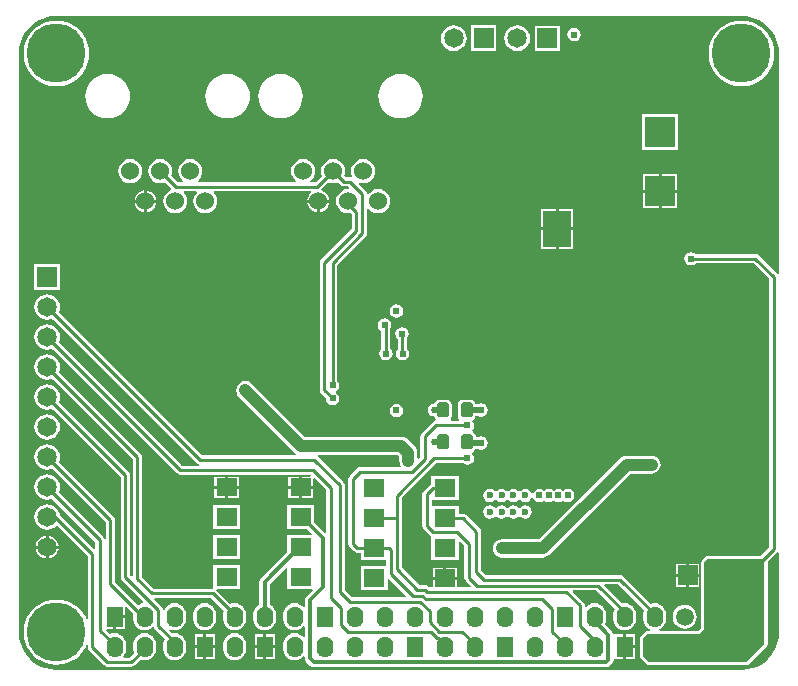
<source format=gbl>
G04*
G04 #@! TF.GenerationSoftware,Altium Limited,Altium Designer,21.8.1 (53)*
G04*
G04 Layer_Physical_Order=4*
G04 Layer_Color=16711680*
%FSLAX25Y25*%
%MOIN*%
G70*
G04*
G04 #@! TF.SameCoordinates,4A88703C-FF3E-4B1E-BF10-83D339521CC7*
G04*
G04*
G04 #@! TF.FilePolarity,Positive*
G04*
G01*
G75*
%ADD12C,0.01000*%
G04:AMPARAMS|DCode=22|XSize=50mil|YSize=37.4mil|CornerRadius=5.61mil|HoleSize=0mil|Usage=FLASHONLY|Rotation=90.000|XOffset=0mil|YOffset=0mil|HoleType=Round|Shape=RoundedRectangle|*
%AMROUNDEDRECTD22*
21,1,0.05000,0.02618,0,0,90.0*
21,1,0.03878,0.03740,0,0,90.0*
1,1,0.01122,0.01309,0.01939*
1,1,0.01122,0.01309,-0.01939*
1,1,0.01122,-0.01309,-0.01939*
1,1,0.01122,-0.01309,0.01939*
%
%ADD22ROUNDEDRECTD22*%
%ADD65C,0.01378*%
%ADD66C,0.02000*%
%ADD67C,0.04000*%
%ADD69C,0.06500*%
%ADD70R,0.06500X0.06500*%
%ADD71R,0.10000X0.10000*%
%ADD72R,0.07087X0.05906*%
%ADD73R,0.09449X0.12205*%
%ADD74C,0.19685*%
%ADD75R,0.06500X0.06500*%
%ADD76O,0.05500X0.07000*%
%ADD77R,0.05500X0.07000*%
%ADD78C,0.05906*%
%ADD79C,0.06000*%
%ADD80C,0.02400*%
%ADD81C,0.02362*%
%ADD82C,0.05000*%
G36*
X345300Y320248D02*
X347206Y319791D01*
X349016Y319041D01*
X350687Y318017D01*
X352177Y316744D01*
X353450Y315254D01*
X354474Y313583D01*
X355224Y311772D01*
X355681Y309867D01*
X355816Y308155D01*
X355774Y307946D01*
Y234543D01*
X355304Y234389D01*
X355275Y234388D01*
X349081Y240581D01*
X348585Y240913D01*
X348000Y241029D01*
X328124D01*
X328086Y241086D01*
X327358Y241572D01*
X326500Y241743D01*
X325642Y241572D01*
X324914Y241086D01*
X324428Y240358D01*
X324257Y239500D01*
X324428Y238642D01*
X324914Y237914D01*
X325642Y237428D01*
X326500Y237257D01*
X327358Y237428D01*
X328086Y237914D01*
X328124Y237971D01*
X347366D01*
X352671Y232666D01*
Y143433D01*
X349757Y140520D01*
X332000D01*
X331610Y140442D01*
X331279Y140221D01*
X330279Y139221D01*
X330058Y138890D01*
X329980Y138500D01*
Y136500D01*
Y116422D01*
X329078Y115520D01*
X316017D01*
X315917Y116020D01*
X316291Y116174D01*
X317074Y116776D01*
X317676Y117559D01*
X318054Y118471D01*
X318182Y119450D01*
Y120950D01*
X318054Y121929D01*
X317676Y122841D01*
X317074Y123625D01*
X316291Y124226D01*
X315379Y124603D01*
X314400Y124732D01*
X313421Y124603D01*
X313059Y124454D01*
X303931Y133581D01*
X303435Y133913D01*
X302850Y134029D01*
X258134D01*
X256529Y135634D01*
Y148500D01*
X256413Y149085D01*
X256081Y149581D01*
X251581Y154081D01*
X251085Y154413D01*
X250500Y154529D01*
X249043D01*
Y156953D01*
X240029D01*
Y159047D01*
X249043D01*
Y166953D01*
X239957D01*
Y164421D01*
X239915Y164413D01*
X239419Y164081D01*
X237419Y162081D01*
X237087Y161585D01*
X236971Y161000D01*
Y150383D01*
X237087Y149797D01*
X237419Y149301D01*
X239360Y147360D01*
X239568Y147221D01*
X239957Y146953D01*
Y139047D01*
X249043D01*
Y145141D01*
X249505Y145332D01*
X250971Y143867D01*
Y133172D01*
X251087Y132586D01*
X251419Y132090D01*
X253017Y130491D01*
X252826Y130029D01*
X248643D01*
Y132500D01*
X244500D01*
X240357D01*
Y130029D01*
X239151D01*
X238899Y130281D01*
X238403Y130613D01*
X237817Y130729D01*
X235933D01*
X230029Y136634D01*
Y153150D01*
Y159866D01*
X241634Y171471D01*
X250376D01*
X250414Y171414D01*
X251142Y170928D01*
X252000Y170757D01*
X252858Y170928D01*
X253586Y171414D01*
X254072Y172142D01*
X254243Y173000D01*
X254072Y173858D01*
X253613Y174545D01*
X253649Y174782D01*
X253745Y175081D01*
X253792Y175091D01*
X254309Y175436D01*
X254654Y175952D01*
X254671Y176037D01*
X255477D01*
X255642Y175928D01*
X256500Y175757D01*
X257358Y175928D01*
X258086Y176414D01*
X258572Y177142D01*
X258743Y178000D01*
X258572Y178858D01*
X258086Y179586D01*
X257358Y180072D01*
X256500Y180243D01*
X255860Y180116D01*
X254775D01*
Y180439D01*
X254654Y181048D01*
X254309Y181564D01*
X253792Y181909D01*
X253745Y181919D01*
X253649Y182218D01*
X253613Y182455D01*
X254072Y183142D01*
X254243Y184000D01*
X254072Y184858D01*
X253646Y185496D01*
X253686Y185591D01*
X254202Y185936D01*
X254547Y186452D01*
X254648Y186961D01*
X255592D01*
X255642Y186928D01*
X256500Y186757D01*
X257358Y186928D01*
X258086Y187414D01*
X258572Y188142D01*
X258743Y189000D01*
X258572Y189858D01*
X258086Y190586D01*
X257358Y191072D01*
X256500Y191243D01*
X255642Y191072D01*
X255592Y191039D01*
X254648D01*
X254547Y191548D01*
X254202Y192064D01*
X253686Y192409D01*
X253077Y192531D01*
X250459D01*
X249850Y192409D01*
X249333Y192064D01*
X248988Y191548D01*
X248867Y190939D01*
Y187061D01*
X248988Y186452D01*
X249271Y186029D01*
X249161Y185690D01*
X249049Y185529D01*
X246612D01*
X246500Y185690D01*
X246391Y186029D01*
X246673Y186452D01*
X246794Y187061D01*
Y190939D01*
X246673Y191548D01*
X246328Y192064D01*
X245812Y192409D01*
X245203Y192531D01*
X242585D01*
X241976Y192409D01*
X241459Y192064D01*
X241114Y191548D01*
X241067Y191311D01*
X240372Y191172D01*
X240150Y191024D01*
X239950Y190984D01*
X239289Y190542D01*
X238847Y189880D01*
X238691Y189100D01*
X238847Y188320D01*
X239289Y187658D01*
X239950Y187216D01*
X240150Y187176D01*
X240372Y187028D01*
X241025Y186898D01*
X241114Y186452D01*
X241406Y186015D01*
X241331Y185671D01*
X241239Y185481D01*
X240895Y185413D01*
X240399Y185081D01*
X236714Y181396D01*
X236382Y180900D01*
X236266Y180315D01*
Y173257D01*
X235771Y172763D01*
X235309Y172954D01*
Y174822D01*
X235206Y175605D01*
X234904Y176335D01*
X234423Y176962D01*
X234423Y176962D01*
X232080Y179305D01*
X231453Y179786D01*
X230724Y180088D01*
X229940Y180191D01*
X197710D01*
X180092Y197809D01*
X179466Y198290D01*
X178736Y198592D01*
X177953Y198695D01*
X177170Y198592D01*
X176440Y198290D01*
X175813Y197809D01*
X175332Y197182D01*
X175030Y196452D01*
X174927Y195669D01*
X175030Y194886D01*
X175332Y194156D01*
X175813Y193530D01*
X194317Y175026D01*
X194944Y174545D01*
X194981Y174529D01*
X194882Y174029D01*
X163434D01*
X115786Y221677D01*
X116041Y222290D01*
X116187Y223400D01*
X116041Y224510D01*
X115612Y225543D01*
X114931Y226431D01*
X114043Y227112D01*
X113010Y227541D01*
X111900Y227687D01*
X110791Y227541D01*
X109757Y227112D01*
X108869Y226431D01*
X108188Y225543D01*
X107759Y224510D01*
X107613Y223400D01*
X107759Y222290D01*
X108188Y221257D01*
X108869Y220369D01*
X109757Y219688D01*
X110791Y219259D01*
X111900Y219113D01*
X113010Y219259D01*
X113623Y219514D01*
X161719Y171419D01*
X162215Y171087D01*
X162504Y171029D01*
X162455Y170529D01*
X156933D01*
X115786Y211677D01*
X116041Y212291D01*
X116187Y213400D01*
X116041Y214510D01*
X115612Y215543D01*
X114931Y216431D01*
X114043Y217112D01*
X113010Y217541D01*
X111900Y217687D01*
X110791Y217541D01*
X109757Y217112D01*
X108869Y216431D01*
X108188Y215543D01*
X107759Y214510D01*
X107613Y213400D01*
X107759Y212291D01*
X108188Y211257D01*
X108869Y210369D01*
X109757Y209688D01*
X110791Y209259D01*
X111900Y209113D01*
X113010Y209259D01*
X113623Y209514D01*
X155219Y167919D01*
X155715Y167587D01*
X156300Y167471D01*
X199609D01*
X199688Y167353D01*
X199421Y166853D01*
X196900D01*
Y163800D01*
X200543D01*
Y166204D01*
X201043Y166411D01*
X204971Y162484D01*
Y148409D01*
X204509Y148217D01*
X200943Y151783D01*
Y157253D01*
X191857D01*
Y149347D01*
X198508D01*
X200141Y147715D01*
X199949Y147253D01*
X191857D01*
Y141783D01*
X183182Y133108D01*
X182809Y132550D01*
X182678Y131891D01*
Y124296D01*
X182509Y124226D01*
X181726Y123625D01*
X181124Y122841D01*
X180746Y121929D01*
X180618Y120950D01*
Y119450D01*
X180746Y118471D01*
X181124Y117559D01*
X181726Y116776D01*
X182509Y116174D01*
X183421Y115796D01*
X184400Y115668D01*
X185379Y115796D01*
X186291Y116174D01*
X187074Y116776D01*
X187676Y117559D01*
X188054Y118471D01*
X188182Y119450D01*
Y120950D01*
X188054Y121929D01*
X187676Y122841D01*
X187074Y123625D01*
X186291Y124226D01*
X186122Y124296D01*
Y131177D01*
X191395Y136450D01*
X191857Y136259D01*
Y129347D01*
X200159D01*
X200350Y128885D01*
X198282Y126818D01*
X197909Y126259D01*
X197778Y125600D01*
Y123529D01*
X197278Y123359D01*
X197074Y123625D01*
X196291Y124226D01*
X195379Y124603D01*
X194400Y124732D01*
X193421Y124603D01*
X192509Y124226D01*
X191726Y123625D01*
X191124Y122841D01*
X190746Y121929D01*
X190618Y120950D01*
Y119450D01*
X190746Y118471D01*
X191124Y117559D01*
X191726Y116776D01*
X192509Y116174D01*
X193421Y115796D01*
X194400Y115668D01*
X195379Y115796D01*
X196291Y116174D01*
X197074Y116776D01*
X197278Y117041D01*
X197778Y116871D01*
Y113529D01*
X197278Y113359D01*
X197074Y113625D01*
X196291Y114226D01*
X195379Y114603D01*
X194400Y114732D01*
X193421Y114603D01*
X192509Y114226D01*
X191726Y113625D01*
X191124Y112841D01*
X190746Y111929D01*
X190618Y110950D01*
Y109450D01*
X190746Y108471D01*
X191124Y107559D01*
X191726Y106775D01*
X192509Y106174D01*
X193421Y105797D01*
X194400Y105668D01*
X195379Y105797D01*
X196291Y106174D01*
X197074Y106775D01*
X197278Y107041D01*
X197778Y106871D01*
Y106307D01*
X197909Y105648D01*
X198282Y105089D01*
X199590Y103782D01*
X200148Y103409D01*
X200807Y103278D01*
X298193D01*
X298852Y103409D01*
X299411Y103782D01*
X300218Y104589D01*
X300591Y105148D01*
X300709Y105741D01*
X300892Y105933D01*
X301115Y106100D01*
X301222Y106100D01*
X303900D01*
Y110200D01*
Y114300D01*
X301172D01*
X301050Y114300D01*
X300626Y114483D01*
X300591Y114659D01*
X300218Y115218D01*
X297734Y117701D01*
X298054Y118471D01*
X298182Y119450D01*
Y120950D01*
X298054Y121929D01*
X297676Y122841D01*
X297075Y123625D01*
X296291Y124226D01*
X295379Y124603D01*
X294400Y124732D01*
X293421Y124603D01*
X292509Y124226D01*
X291725Y123625D01*
X291529Y123369D01*
X291029Y123539D01*
Y124000D01*
X290913Y124585D01*
X290581Y125081D01*
X287154Y128509D01*
X287346Y128971D01*
X294866D01*
X301087Y122750D01*
X300746Y121929D01*
X300618Y120950D01*
Y119450D01*
X300746Y118471D01*
X301124Y117559D01*
X301726Y116776D01*
X302509Y116174D01*
X303421Y115796D01*
X304400Y115668D01*
X305379Y115796D01*
X306291Y116174D01*
X307074Y116776D01*
X307676Y117559D01*
X308053Y118471D01*
X308182Y119450D01*
Y120950D01*
X308053Y121929D01*
X307676Y122841D01*
X307074Y123625D01*
X306291Y124226D01*
X305379Y124603D01*
X304400Y124732D01*
X303543Y124620D01*
X297654Y130509D01*
X297846Y130971D01*
X302217D01*
X310896Y122291D01*
X310747Y121929D01*
X310618Y120950D01*
Y119450D01*
X310747Y118471D01*
X311124Y117559D01*
X311725Y116776D01*
X312509Y116174D01*
X312882Y116020D01*
X312783Y115520D01*
X312000D01*
X311610Y115442D01*
X311279Y115221D01*
X309779Y113721D01*
X309558Y113390D01*
X309480Y113000D01*
Y107000D01*
X309558Y106610D01*
X309779Y106279D01*
X311779Y104279D01*
X312110Y104058D01*
X312500Y103980D01*
X345000D01*
X345390Y104058D01*
X345721Y104279D01*
X351721Y110279D01*
X351942Y110610D01*
X352020Y111000D01*
Y138457D01*
X355275Y141712D01*
X355304Y141711D01*
X355774Y141557D01*
Y114967D01*
X355816Y114759D01*
X355681Y113046D01*
X355224Y111141D01*
X354474Y109330D01*
X353450Y107659D01*
X352177Y106169D01*
X350687Y104897D01*
X349016Y103873D01*
X347206Y103123D01*
X345300Y102665D01*
X343530Y102526D01*
X343530Y102526D01*
X343032Y102525D01*
X115512D01*
X115014Y102525D01*
X115014Y102525D01*
X115012Y102525D01*
X114522Y102549D01*
X113046Y102665D01*
X111141Y103123D01*
X109330Y103873D01*
X107659Y104897D01*
X106169Y106169D01*
X104897Y107659D01*
X103873Y109330D01*
X103123Y111141D01*
X102665Y113046D01*
X102526Y114816D01*
X102526Y114816D01*
X102525Y115314D01*
Y307986D01*
X102525Y307987D01*
X102525Y307987D01*
Y308000D01*
X102516Y308049D01*
X102664Y309940D01*
X103119Y311832D01*
X103863Y313630D01*
X104880Y315289D01*
X106144Y316769D01*
X107624Y318033D01*
X109283Y319050D01*
X111081Y319795D01*
X112973Y320249D01*
X114731Y320387D01*
X114731Y320387D01*
Y320387D01*
X114913Y320375D01*
X114913Y320374D01*
X115223Y320374D01*
X343346D01*
X343445Y320394D01*
X345300Y320248D01*
D02*
G37*
G36*
X229258Y173569D02*
Y172062D01*
X229361Y171279D01*
X229663Y170549D01*
X229714Y170482D01*
X229493Y170033D01*
X216142D01*
X215557Y169917D01*
X215060Y169585D01*
X212698Y167223D01*
X212367Y166727D01*
X212250Y166142D01*
Y144488D01*
X212367Y143903D01*
X212698Y143407D01*
X214186Y141919D01*
X214683Y141587D01*
X215268Y141471D01*
X216457D01*
Y139047D01*
X224971D01*
Y136953D01*
X216457D01*
Y129047D01*
X225543D01*
Y132641D01*
X226005Y132832D01*
X231646Y127191D01*
X231454Y126729D01*
X213434D01*
X211029Y129133D01*
Y164000D01*
X210913Y164585D01*
X210581Y165081D01*
X202081Y173581D01*
X201995Y173640D01*
X202146Y174139D01*
X228687D01*
X229258Y173569D01*
D02*
G37*
G36*
X351000Y111000D02*
X345000Y105000D01*
X312500D01*
X310500Y107000D01*
Y113000D01*
X312000Y114500D01*
X329500D01*
X331000Y116000D01*
Y136500D01*
Y138500D01*
X332000Y139500D01*
X351000D01*
Y111000D01*
D02*
G37*
%LPC*%
G36*
X287543Y316416D02*
X286684Y316246D01*
X285956Y315759D01*
X285470Y315032D01*
X285299Y314173D01*
X285470Y313315D01*
X285956Y312587D01*
X286684Y312101D01*
X287543Y311930D01*
X288401Y312101D01*
X289129Y312587D01*
X289615Y313315D01*
X289786Y314173D01*
X289615Y315032D01*
X289129Y315759D01*
X288401Y316246D01*
X287543Y316416D01*
D02*
G37*
G36*
X261650Y317250D02*
X253150D01*
Y308750D01*
X261650D01*
Y317250D01*
D02*
G37*
G36*
X282872Y317242D02*
X274372D01*
Y308742D01*
X282872D01*
Y317242D01*
D02*
G37*
G36*
X247400Y317287D02*
X246290Y317141D01*
X245257Y316712D01*
X244369Y316031D01*
X243688Y315143D01*
X243259Y314109D01*
X243113Y313000D01*
X243259Y311891D01*
X243688Y310857D01*
X244369Y309969D01*
X245257Y309288D01*
X246290Y308859D01*
X247400Y308713D01*
X248510Y308859D01*
X249543Y309288D01*
X250431Y309969D01*
X251112Y310857D01*
X251541Y311891D01*
X251687Y313000D01*
X251541Y314109D01*
X251112Y315143D01*
X250431Y316031D01*
X249543Y316712D01*
X248510Y317141D01*
X247400Y317287D01*
D02*
G37*
G36*
X268622Y317279D02*
X267513Y317133D01*
X266479Y316705D01*
X265591Y316023D01*
X264910Y315136D01*
X264481Y314102D01*
X264335Y312992D01*
X264481Y311883D01*
X264910Y310849D01*
X265591Y309961D01*
X266479Y309280D01*
X267513Y308852D01*
X268622Y308705D01*
X269731Y308852D01*
X270765Y309280D01*
X271653Y309961D01*
X272334Y310849D01*
X272763Y311883D01*
X272909Y312992D01*
X272763Y314102D01*
X272334Y315136D01*
X271653Y316023D01*
X270765Y316705D01*
X269731Y317133D01*
X268622Y317279D01*
D02*
G37*
G36*
X343347Y318789D02*
X341645Y318655D01*
X339986Y318257D01*
X338409Y317604D01*
X336954Y316712D01*
X335656Y315604D01*
X334547Y314306D01*
X333656Y312851D01*
X333003Y311274D01*
X332604Y309615D01*
X332470Y307913D01*
X332604Y306212D01*
X333003Y304553D01*
X333656Y302976D01*
X334547Y301521D01*
X335656Y300223D01*
X336954Y299114D01*
X338409Y298223D01*
X339986Y297570D01*
X341645Y297171D01*
X343347Y297037D01*
X345048Y297171D01*
X346707Y297570D01*
X348284Y298223D01*
X349739Y299114D01*
X351037Y300223D01*
X352145Y301521D01*
X353037Y302976D01*
X353690Y304553D01*
X354089Y306212D01*
X354222Y307913D01*
X354089Y309615D01*
X353690Y311274D01*
X353037Y312851D01*
X352145Y314306D01*
X351037Y315604D01*
X349739Y316712D01*
X348284Y317604D01*
X346707Y318257D01*
X345048Y318655D01*
X343347Y318789D01*
D02*
G37*
G36*
X115000D02*
X113299Y318655D01*
X111639Y318257D01*
X110062Y317604D01*
X108607Y316712D01*
X107309Y315604D01*
X106201Y314306D01*
X105309Y312851D01*
X104656Y311274D01*
X104258Y309615D01*
X104124Y307913D01*
X104258Y306212D01*
X104656Y304553D01*
X105309Y302976D01*
X106201Y301521D01*
X107309Y300223D01*
X108607Y299114D01*
X110062Y298223D01*
X111639Y297570D01*
X113299Y297171D01*
X115000Y297037D01*
X116701Y297171D01*
X118361Y297570D01*
X119938Y298223D01*
X121393Y299114D01*
X122690Y300223D01*
X123799Y301521D01*
X124691Y302976D01*
X125344Y304553D01*
X125742Y306212D01*
X125876Y307913D01*
X125742Y309615D01*
X125344Y311274D01*
X124691Y312851D01*
X123799Y314306D01*
X122690Y315604D01*
X121393Y316712D01*
X119938Y317604D01*
X118361Y318257D01*
X116701Y318655D01*
X115000Y318789D01*
D02*
G37*
G36*
X229683Y301126D02*
X228233Y300984D01*
X226839Y300560D01*
X225554Y299874D01*
X224427Y298949D01*
X223503Y297823D01*
X222816Y296538D01*
X222393Y295143D01*
X222250Y293693D01*
X222393Y292243D01*
X222816Y290848D01*
X223503Y289563D01*
X224427Y288437D01*
X225554Y287512D01*
X226839Y286825D01*
X228233Y286402D01*
X229683Y286260D01*
X231134Y286402D01*
X232528Y286825D01*
X233813Y287512D01*
X234940Y288437D01*
X235864Y289563D01*
X236551Y290848D01*
X236974Y292243D01*
X237117Y293693D01*
X236974Y295143D01*
X236551Y296538D01*
X235864Y297823D01*
X234940Y298949D01*
X233813Y299874D01*
X232528Y300560D01*
X231134Y300984D01*
X229683Y301126D01*
D02*
G37*
G36*
X189683D02*
X188233Y300984D01*
X186839Y300560D01*
X185554Y299874D01*
X184427Y298949D01*
X183503Y297823D01*
X182816Y296538D01*
X182393Y295143D01*
X182250Y293693D01*
X182393Y292243D01*
X182816Y290848D01*
X183503Y289563D01*
X184427Y288437D01*
X185554Y287512D01*
X186839Y286825D01*
X188233Y286402D01*
X189683Y286260D01*
X191134Y286402D01*
X192528Y286825D01*
X193813Y287512D01*
X194940Y288437D01*
X195864Y289563D01*
X196551Y290848D01*
X196974Y292243D01*
X197117Y293693D01*
X196974Y295143D01*
X196551Y296538D01*
X195864Y297823D01*
X194940Y298949D01*
X193813Y299874D01*
X192528Y300560D01*
X191134Y300984D01*
X189683Y301126D01*
D02*
G37*
G36*
X172083D02*
X170633Y300984D01*
X169239Y300560D01*
X167954Y299874D01*
X166827Y298949D01*
X165903Y297823D01*
X165216Y296538D01*
X164793Y295143D01*
X164650Y293693D01*
X164793Y292243D01*
X165216Y290848D01*
X165903Y289563D01*
X166827Y288437D01*
X167954Y287512D01*
X169239Y286825D01*
X170633Y286402D01*
X172083Y286260D01*
X173534Y286402D01*
X174928Y286825D01*
X176213Y287512D01*
X177340Y288437D01*
X178264Y289563D01*
X178951Y290848D01*
X179374Y292243D01*
X179517Y293693D01*
X179374Y295143D01*
X178951Y296538D01*
X178264Y297823D01*
X177340Y298949D01*
X176213Y299874D01*
X174928Y300560D01*
X173534Y300984D01*
X172083Y301126D01*
D02*
G37*
G36*
X132083D02*
X130633Y300984D01*
X129239Y300560D01*
X127954Y299874D01*
X126827Y298949D01*
X125903Y297823D01*
X125216Y296538D01*
X124793Y295143D01*
X124650Y293693D01*
X124793Y292243D01*
X125216Y290848D01*
X125903Y289563D01*
X126827Y288437D01*
X127954Y287512D01*
X129239Y286825D01*
X130633Y286402D01*
X132083Y286260D01*
X133534Y286402D01*
X134928Y286825D01*
X136213Y287512D01*
X137340Y288437D01*
X138264Y289563D01*
X138951Y290848D01*
X139374Y292243D01*
X139517Y293693D01*
X139374Y295143D01*
X138951Y296538D01*
X138264Y297823D01*
X137340Y298949D01*
X136213Y299874D01*
X134928Y300560D01*
X133534Y300984D01*
X132083Y301126D01*
D02*
G37*
G36*
X322200Y287843D02*
X310200D01*
Y275843D01*
X322200D01*
Y287843D01*
D02*
G37*
G36*
X217203Y272727D02*
X216159Y272590D01*
X215186Y272187D01*
X214350Y271546D01*
X213709Y270710D01*
X213306Y269737D01*
X213169Y268693D01*
X213306Y267649D01*
X213570Y267012D01*
X213555Y266979D01*
X213193Y266616D01*
X212785Y266697D01*
X211362D01*
X210898Y267161D01*
X211100Y267649D01*
X211238Y268693D01*
X211100Y269737D01*
X210697Y270710D01*
X210056Y271546D01*
X209220Y272187D01*
X208247Y272590D01*
X207203Y272727D01*
X206159Y272590D01*
X205186Y272187D01*
X204350Y271546D01*
X203709Y270710D01*
X203306Y269737D01*
X203169Y268693D01*
X203306Y267649D01*
X203508Y267161D01*
X201377Y265029D01*
X199821D01*
X199651Y265529D01*
X200056Y265840D01*
X200697Y266676D01*
X201100Y267649D01*
X201238Y268693D01*
X201100Y269737D01*
X200697Y270710D01*
X200056Y271546D01*
X199220Y272187D01*
X198247Y272590D01*
X197203Y272727D01*
X196159Y272590D01*
X195186Y272187D01*
X194350Y271546D01*
X193709Y270710D01*
X193306Y269737D01*
X193169Y268693D01*
X193306Y267649D01*
X193709Y266676D01*
X194350Y265840D01*
X194755Y265529D01*
X194586Y265029D01*
X162221D01*
X162051Y265529D01*
X162456Y265840D01*
X163097Y266676D01*
X163500Y267649D01*
X163638Y268693D01*
X163500Y269737D01*
X163097Y270710D01*
X162456Y271546D01*
X161620Y272187D01*
X160647Y272590D01*
X159603Y272727D01*
X158559Y272590D01*
X157586Y272187D01*
X156750Y271546D01*
X156109Y270710D01*
X155706Y269737D01*
X155569Y268693D01*
X155706Y267649D01*
X156109Y266676D01*
X156750Y265840D01*
X157155Y265529D01*
X156985Y265029D01*
X155430D01*
X153298Y267161D01*
X153500Y267649D01*
X153638Y268693D01*
X153500Y269737D01*
X153097Y270710D01*
X152456Y271546D01*
X151620Y272187D01*
X150647Y272590D01*
X149603Y272727D01*
X148559Y272590D01*
X147586Y272187D01*
X146750Y271546D01*
X146109Y270710D01*
X145706Y269737D01*
X145569Y268693D01*
X145706Y267649D01*
X146109Y266676D01*
X146750Y265840D01*
X147586Y265199D01*
X148559Y264796D01*
X149603Y264658D01*
X150647Y264796D01*
X151135Y264998D01*
X153230Y262903D01*
X153132Y262413D01*
X152586Y262187D01*
X151750Y261546D01*
X151109Y260710D01*
X150706Y259737D01*
X150569Y258693D01*
X150706Y257649D01*
X151109Y256676D01*
X151750Y255840D01*
X152586Y255199D01*
X153559Y254796D01*
X154603Y254658D01*
X155647Y254796D01*
X156620Y255199D01*
X157456Y255840D01*
X158097Y256676D01*
X158500Y257649D01*
X158638Y258693D01*
X158500Y259737D01*
X158097Y260710D01*
X157514Y261471D01*
X157644Y261971D01*
X161562D01*
X161693Y261471D01*
X161109Y260710D01*
X160706Y259737D01*
X160569Y258693D01*
X160706Y257649D01*
X161109Y256676D01*
X161750Y255840D01*
X162586Y255199D01*
X163559Y254796D01*
X164603Y254658D01*
X165647Y254796D01*
X166620Y255199D01*
X167456Y255840D01*
X168097Y256676D01*
X168500Y257649D01*
X168638Y258693D01*
X168500Y259737D01*
X168097Y260710D01*
X167514Y261471D01*
X167644Y261971D01*
X199740D01*
X199909Y261471D01*
X199636Y261261D01*
X199059Y260508D01*
X198696Y259633D01*
X198638Y259193D01*
X202203D01*
X205768D01*
X205711Y259633D01*
X205348Y260508D01*
X204771Y261261D01*
X204019Y261838D01*
X203452Y262072D01*
X203335Y262662D01*
X205671Y264998D01*
X206159Y264796D01*
X207203Y264658D01*
X208247Y264796D01*
X208735Y264998D01*
X209647Y264086D01*
X210143Y263754D01*
X210729Y263638D01*
X212152D01*
X212643Y263147D01*
X212422Y262699D01*
X212203Y262727D01*
X211159Y262590D01*
X210186Y262187D01*
X209350Y261546D01*
X208709Y260710D01*
X208306Y259737D01*
X208169Y258693D01*
X208306Y257649D01*
X208709Y256676D01*
X209350Y255840D01*
X210186Y255199D01*
X211159Y254796D01*
X212203Y254658D01*
X213063Y254772D01*
X213431Y254431D01*
Y249452D01*
X203249Y239270D01*
X202918Y238774D01*
X202801Y238189D01*
Y195669D01*
X202918Y195084D01*
X203249Y194588D01*
X204857Y192980D01*
X204843Y192913D01*
X205014Y192055D01*
X205501Y191327D01*
X206228Y190841D01*
X207087Y190670D01*
X207945Y190841D01*
X208673Y191327D01*
X209159Y192055D01*
X209330Y192913D01*
X209159Y193772D01*
X208673Y194500D01*
X208256Y194778D01*
Y195379D01*
X208673Y195658D01*
X209159Y196386D01*
X209330Y197244D01*
X209159Y198102D01*
X208673Y198830D01*
X208616Y198868D01*
Y237483D01*
X218042Y246909D01*
X218374Y247405D01*
X218490Y247990D01*
Y256140D01*
X218990Y256310D01*
X219350Y255840D01*
X220186Y255199D01*
X221159Y254796D01*
X222203Y254658D01*
X223247Y254796D01*
X224220Y255199D01*
X225056Y255840D01*
X225697Y256676D01*
X226100Y257649D01*
X226238Y258693D01*
X226100Y259737D01*
X225697Y260710D01*
X225056Y261546D01*
X224220Y262187D01*
X223247Y262590D01*
X222203Y262727D01*
X221159Y262590D01*
X220186Y262187D01*
X219350Y261546D01*
X218973Y261055D01*
X218450Y261194D01*
X218374Y261577D01*
X218042Y262074D01*
X215650Y264465D01*
X215933Y264889D01*
X216159Y264796D01*
X217203Y264658D01*
X218247Y264796D01*
X219220Y265199D01*
X220056Y265840D01*
X220697Y266676D01*
X221100Y267649D01*
X221238Y268693D01*
X221100Y269737D01*
X220697Y270710D01*
X220056Y271546D01*
X219220Y272187D01*
X218247Y272590D01*
X217203Y272727D01*
D02*
G37*
G36*
X139603D02*
X138559Y272590D01*
X137586Y272187D01*
X136750Y271546D01*
X136109Y270710D01*
X135706Y269737D01*
X135569Y268693D01*
X135706Y267649D01*
X136109Y266676D01*
X136750Y265840D01*
X137586Y265199D01*
X138559Y264796D01*
X139603Y264658D01*
X140647Y264796D01*
X141620Y265199D01*
X142456Y265840D01*
X143097Y266676D01*
X143500Y267649D01*
X143638Y268693D01*
X143500Y269737D01*
X143097Y270710D01*
X142456Y271546D01*
X141620Y272187D01*
X140647Y272590D01*
X139603Y272727D01*
D02*
G37*
G36*
X321800Y267643D02*
X316700D01*
Y262543D01*
X321800D01*
Y267643D01*
D02*
G37*
G36*
X315700D02*
X310600D01*
Y262543D01*
X315700D01*
Y267643D01*
D02*
G37*
G36*
X145103Y262258D02*
Y259193D01*
X148168D01*
X148110Y259633D01*
X147748Y260508D01*
X147171Y261261D01*
X146419Y261838D01*
X145543Y262200D01*
X145103Y262258D01*
D02*
G37*
G36*
X144103D02*
X143663Y262200D01*
X142788Y261838D01*
X142036Y261261D01*
X141459Y260508D01*
X141096Y259633D01*
X141038Y259193D01*
X144103D01*
Y262258D01*
D02*
G37*
G36*
X321800Y261543D02*
X316700D01*
Y256443D01*
X321800D01*
Y261543D01*
D02*
G37*
G36*
X315700D02*
X310600D01*
Y256443D01*
X315700D01*
Y261543D01*
D02*
G37*
G36*
X201703Y258193D02*
X198638D01*
X198696Y257753D01*
X199059Y256877D01*
X199636Y256125D01*
X200388Y255548D01*
X201263Y255186D01*
X201703Y255128D01*
Y258193D01*
D02*
G37*
G36*
X144103D02*
X141038D01*
X141096Y257753D01*
X141459Y256877D01*
X142036Y256125D01*
X142788Y255548D01*
X143663Y255186D01*
X144103Y255128D01*
Y258193D01*
D02*
G37*
G36*
X205768D02*
X202703D01*
Y255128D01*
X203143Y255186D01*
X204019Y255548D01*
X204771Y256125D01*
X205348Y256877D01*
X205711Y257753D01*
X205768Y258193D01*
D02*
G37*
G36*
X148168D02*
X145103D01*
Y255128D01*
X145543Y255186D01*
X146419Y255548D01*
X147171Y256125D01*
X147748Y256877D01*
X148110Y257753D01*
X148168Y258193D01*
D02*
G37*
G36*
X287324Y256202D02*
X282500D01*
Y250000D01*
X287324D01*
Y256202D01*
D02*
G37*
G36*
X281500D02*
X276676D01*
Y250000D01*
X281500D01*
Y256202D01*
D02*
G37*
G36*
X287324Y249000D02*
X282500D01*
Y242798D01*
X287324D01*
Y249000D01*
D02*
G37*
G36*
X281500D02*
X276676D01*
Y242798D01*
X281500D01*
Y249000D01*
D02*
G37*
G36*
X116150Y237650D02*
X107650D01*
Y229150D01*
X116150D01*
Y237650D01*
D02*
G37*
G36*
X228346Y224290D02*
X227488Y224120D01*
X226760Y223633D01*
X226274Y222906D01*
X226103Y222047D01*
X226274Y221189D01*
X226760Y220461D01*
X227488Y219975D01*
X228346Y219804D01*
X229205Y219975D01*
X229933Y220461D01*
X230419Y221189D01*
X230590Y222047D01*
X230419Y222906D01*
X229933Y223633D01*
X229205Y224120D01*
X228346Y224290D01*
D02*
G37*
G36*
X230223Y216718D02*
X229364Y216547D01*
X228637Y216061D01*
X228151Y215333D01*
X227980Y214475D01*
X228151Y213616D01*
X228637Y212889D01*
X228782Y212792D01*
Y209438D01*
X228328Y208758D01*
X228157Y207900D01*
X228328Y207042D01*
X228814Y206314D01*
X229542Y205828D01*
X230400Y205657D01*
X231258Y205828D01*
X231986Y206314D01*
X232472Y207042D01*
X232643Y207900D01*
X232472Y208758D01*
X231986Y209486D01*
X231841Y209583D01*
Y212936D01*
X232295Y213616D01*
X232466Y214475D01*
X232295Y215333D01*
X231809Y216061D01*
X231081Y216547D01*
X230223Y216718D01*
D02*
G37*
G36*
X224365Y219610D02*
X223507Y219440D01*
X222779Y218953D01*
X222293Y218226D01*
X222122Y217367D01*
X222293Y216509D01*
X222779Y215781D01*
X223274Y215451D01*
Y209498D01*
X223217Y209460D01*
X222731Y208732D01*
X222560Y207874D01*
X222731Y207016D01*
X223217Y206288D01*
X223945Y205802D01*
X224803Y205631D01*
X225661Y205802D01*
X226389Y206288D01*
X226875Y207016D01*
X227046Y207874D01*
X226875Y208732D01*
X226389Y209460D01*
X226332Y209498D01*
Y216352D01*
X226437Y216509D01*
X226608Y217367D01*
X226437Y218226D01*
X225951Y218953D01*
X225223Y219440D01*
X224365Y219610D01*
D02*
G37*
G36*
X228346Y191219D02*
X227488Y191049D01*
X226760Y190562D01*
X226274Y189835D01*
X226103Y188976D01*
X226274Y188118D01*
X226760Y187390D01*
X227488Y186904D01*
X228346Y186733D01*
X229205Y186904D01*
X229933Y187390D01*
X230419Y188118D01*
X230590Y188976D01*
X230419Y189835D01*
X229933Y190562D01*
X229205Y191049D01*
X228346Y191219D01*
D02*
G37*
G36*
X111900Y187687D02*
X110791Y187541D01*
X109757Y187112D01*
X108869Y186431D01*
X108188Y185543D01*
X107759Y184510D01*
X107613Y183400D01*
X107759Y182290D01*
X108188Y181257D01*
X108869Y180369D01*
X109757Y179688D01*
X110791Y179259D01*
X111900Y179113D01*
X113010Y179259D01*
X114043Y179688D01*
X114931Y180369D01*
X115612Y181257D01*
X116041Y182290D01*
X116187Y183400D01*
X116041Y184510D01*
X115612Y185543D01*
X114931Y186431D01*
X114043Y187112D01*
X113010Y187541D01*
X111900Y187687D01*
D02*
G37*
G36*
X175943Y166853D02*
X172300D01*
Y163800D01*
X175943D01*
Y166853D01*
D02*
G37*
G36*
X195900D02*
X192257D01*
Y163800D01*
X195900D01*
Y166853D01*
D02*
G37*
G36*
X171300D02*
X167657D01*
Y163800D01*
X171300D01*
Y166853D01*
D02*
G37*
G36*
X285433Y162873D02*
X284575Y162702D01*
X283858Y162224D01*
X283142Y162702D01*
X282283Y162873D01*
X281425Y162702D01*
X280709Y162224D01*
X279992Y162702D01*
X279134Y162873D01*
X278275Y162702D01*
X277559Y162224D01*
X276843Y162702D01*
X275984Y162873D01*
X275126Y162702D01*
X274398Y162216D01*
X273912Y161488D01*
X273867Y161264D01*
X273358D01*
X273314Y161481D01*
X272832Y162202D01*
X272111Y162685D01*
X271260Y162854D01*
X270409Y162685D01*
X269687Y162202D01*
X269541Y161984D01*
X269041D01*
X268895Y162202D01*
X268174Y162685D01*
X267323Y162854D01*
X266472Y162685D01*
X265750Y162202D01*
X265604Y161984D01*
X265104D01*
X264958Y162202D01*
X264237Y162685D01*
X263386Y162854D01*
X262535Y162685D01*
X261813Y162202D01*
X261667Y161984D01*
X261167D01*
X261021Y162202D01*
X260300Y162685D01*
X259449Y162854D01*
X258598Y162685D01*
X257876Y162202D01*
X257394Y161481D01*
X257225Y160630D01*
X257394Y159779D01*
X257876Y159057D01*
X258598Y158575D01*
X259449Y158406D01*
X260300Y158575D01*
X261021Y159057D01*
X261167Y159276D01*
X261667D01*
X261813Y159057D01*
X262535Y158575D01*
X263386Y158406D01*
X264237Y158575D01*
X264958Y159057D01*
X265104Y159276D01*
X265604D01*
X265750Y159057D01*
X266472Y158575D01*
X267323Y158406D01*
X268174Y158575D01*
X268895Y159057D01*
X269041Y159276D01*
X269541D01*
X269687Y159057D01*
X270409Y158575D01*
X271260Y158406D01*
X272111Y158575D01*
X272832Y159057D01*
X273314Y159779D01*
X273358Y159996D01*
X273867D01*
X273912Y159772D01*
X274398Y159044D01*
X275126Y158558D01*
X275984Y158387D01*
X276843Y158558D01*
X277559Y159036D01*
X278275Y158558D01*
X279134Y158387D01*
X279992Y158558D01*
X280709Y159036D01*
X281425Y158558D01*
X282283Y158387D01*
X283142Y158558D01*
X283858Y159036D01*
X284575Y158558D01*
X285433Y158387D01*
X286292Y158558D01*
X287019Y159044D01*
X287505Y159772D01*
X287676Y160630D01*
X287505Y161488D01*
X287019Y162216D01*
X286292Y162702D01*
X285433Y162873D01*
D02*
G37*
G36*
X200543Y162800D02*
X196900D01*
Y159747D01*
X200543D01*
Y162800D01*
D02*
G37*
G36*
X195900D02*
X192257D01*
Y159747D01*
X195900D01*
Y162800D01*
D02*
G37*
G36*
X175943D02*
X172300D01*
Y159747D01*
X175943D01*
Y162800D01*
D02*
G37*
G36*
X171300D02*
X167657D01*
Y159747D01*
X171300D01*
Y162800D01*
D02*
G37*
G36*
X271260Y157342D02*
X270409Y157173D01*
X269687Y156691D01*
X269541Y156472D01*
X269041D01*
X268895Y156691D01*
X268174Y157173D01*
X267323Y157342D01*
X266472Y157173D01*
X265750Y156691D01*
X265604Y156472D01*
X265104D01*
X264958Y156691D01*
X264237Y157173D01*
X263386Y157342D01*
X262535Y157173D01*
X261813Y156691D01*
X261667Y156472D01*
X261167D01*
X261021Y156691D01*
X260300Y157173D01*
X259449Y157342D01*
X258598Y157173D01*
X257876Y156691D01*
X257394Y155969D01*
X257225Y155118D01*
X257394Y154267D01*
X257876Y153546D01*
X258598Y153064D01*
X259449Y152894D01*
X260300Y153064D01*
X261021Y153546D01*
X261167Y153764D01*
X261667D01*
X261813Y153546D01*
X262535Y153064D01*
X263386Y152894D01*
X264237Y153064D01*
X264958Y153546D01*
X265104Y153764D01*
X265604D01*
X265750Y153546D01*
X266472Y153064D01*
X267323Y152894D01*
X268174Y153064D01*
X268895Y153546D01*
X269041Y153764D01*
X269541D01*
X269687Y153546D01*
X270409Y153064D01*
X271260Y152894D01*
X272111Y153064D01*
X272832Y153546D01*
X273314Y154267D01*
X273484Y155118D01*
X273314Y155969D01*
X272832Y156691D01*
X272111Y157173D01*
X271260Y157342D01*
D02*
G37*
G36*
X176343Y157253D02*
X167257D01*
Y149347D01*
X176343D01*
Y157253D01*
D02*
G37*
G36*
X112400Y147217D02*
Y143900D01*
X115717D01*
X115651Y144405D01*
X115263Y145342D01*
X114646Y146146D01*
X113842Y146763D01*
X112905Y147151D01*
X112400Y147217D01*
D02*
G37*
G36*
X111400D02*
X110895Y147151D01*
X109958Y146763D01*
X109154Y146146D01*
X108537Y145342D01*
X108149Y144405D01*
X108083Y143900D01*
X111400D01*
Y147217D01*
D02*
G37*
G36*
X305118Y173892D02*
X304727Y173840D01*
X304335Y173789D01*
X303605Y173487D01*
X302978Y173006D01*
X275912Y145939D01*
X263386D01*
X262603Y145836D01*
X261873Y145534D01*
X261246Y145053D01*
X260765Y144426D01*
X260463Y143697D01*
X260360Y142913D01*
X260463Y142130D01*
X260765Y141400D01*
X261246Y140774D01*
X261873Y140293D01*
X262603Y139991D01*
X263386Y139887D01*
X277165D01*
X277948Y139991D01*
X278678Y140293D01*
X279305Y140774D01*
X306371Y167840D01*
X313386D01*
X314169Y167943D01*
X314899Y168246D01*
X315526Y168727D01*
X316006Y169353D01*
X316309Y170083D01*
X316412Y170866D01*
X316309Y171649D01*
X316006Y172379D01*
X315526Y173006D01*
X314899Y173487D01*
X314169Y173789D01*
X313386Y173892D01*
X305118D01*
X305118Y173892D01*
D02*
G37*
G36*
X115717Y142900D02*
X112400D01*
Y139583D01*
X112905Y139649D01*
X113842Y140037D01*
X114646Y140654D01*
X115263Y141458D01*
X115651Y142395D01*
X115717Y142900D01*
D02*
G37*
G36*
X111400D02*
X108083D01*
X108149Y142395D01*
X108537Y141458D01*
X109154Y140654D01*
X109958Y140037D01*
X110895Y139649D01*
X111400Y139583D01*
Y142900D01*
D02*
G37*
G36*
X176343Y147253D02*
X167257D01*
Y139347D01*
X176343D01*
Y147253D01*
D02*
G37*
G36*
X329250Y137850D02*
X325900D01*
Y134500D01*
X329250D01*
Y137850D01*
D02*
G37*
G36*
X324900D02*
X321550D01*
Y134500D01*
X324900D01*
Y137850D01*
D02*
G37*
G36*
X111900Y207687D02*
X110791Y207541D01*
X109757Y207112D01*
X108869Y206431D01*
X108188Y205543D01*
X107759Y204509D01*
X107613Y203400D01*
X107759Y202291D01*
X108188Y201257D01*
X108869Y200369D01*
X109757Y199688D01*
X110791Y199259D01*
X111900Y199113D01*
X113010Y199259D01*
X113623Y199514D01*
X140471Y172667D01*
Y133706D01*
X140009Y133515D01*
X139529Y133994D01*
Y167300D01*
X139413Y167885D01*
X139081Y168381D01*
X115786Y191677D01*
X116041Y192290D01*
X116187Y193400D01*
X116041Y194509D01*
X115612Y195543D01*
X114931Y196431D01*
X114043Y197112D01*
X113010Y197541D01*
X111900Y197687D01*
X110791Y197541D01*
X109757Y197112D01*
X108869Y196431D01*
X108188Y195543D01*
X107759Y194509D01*
X107613Y193400D01*
X107759Y192290D01*
X108188Y191257D01*
X108869Y190369D01*
X109757Y189688D01*
X110791Y189259D01*
X111900Y189113D01*
X113010Y189259D01*
X113623Y189514D01*
X136471Y166666D01*
Y133360D01*
X136587Y132775D01*
X136919Y132279D01*
X144012Y125186D01*
X143833Y124658D01*
X143421Y124603D01*
X142509Y124226D01*
X142260Y124035D01*
X134529Y131766D01*
Y152300D01*
X134413Y152885D01*
X134081Y153381D01*
X115786Y171677D01*
X116041Y172291D01*
X116187Y173400D01*
X116041Y174510D01*
X115612Y175543D01*
X114931Y176431D01*
X114043Y177112D01*
X113010Y177541D01*
X111900Y177687D01*
X110791Y177541D01*
X109757Y177112D01*
X108869Y176431D01*
X108188Y175543D01*
X107759Y174510D01*
X107613Y173400D01*
X107759Y172291D01*
X108188Y171257D01*
X108869Y170369D01*
X109757Y169688D01*
X110791Y169259D01*
X111900Y169113D01*
X113010Y169259D01*
X113623Y169514D01*
X131471Y151666D01*
Y146145D01*
X130971Y146096D01*
X130913Y146385D01*
X130581Y146881D01*
X115786Y161677D01*
X116041Y162291D01*
X116187Y163400D01*
X116041Y164509D01*
X115612Y165543D01*
X114931Y166431D01*
X114043Y167112D01*
X113010Y167541D01*
X111900Y167687D01*
X110791Y167541D01*
X109757Y167112D01*
X108869Y166431D01*
X108188Y165543D01*
X107759Y164509D01*
X107613Y163400D01*
X107759Y162291D01*
X108188Y161257D01*
X108869Y160369D01*
X109757Y159688D01*
X110791Y159259D01*
X111900Y159113D01*
X113010Y159259D01*
X113623Y159514D01*
X127971Y145167D01*
Y142846D01*
X127509Y142654D01*
X116099Y154064D01*
X116041Y154509D01*
X115612Y155543D01*
X114931Y156431D01*
X114043Y157112D01*
X113010Y157541D01*
X111900Y157687D01*
X110791Y157541D01*
X109757Y157112D01*
X108869Y156431D01*
X108188Y155543D01*
X107759Y154509D01*
X107613Y153400D01*
X107759Y152290D01*
X108188Y151257D01*
X108869Y150369D01*
X109757Y149688D01*
X110791Y149259D01*
X111900Y149113D01*
X113010Y149259D01*
X114043Y149688D01*
X114931Y150369D01*
X114934Y150372D01*
X115432Y150405D01*
X125471Y140366D01*
Y119361D01*
X124971Y119262D01*
X124691Y119938D01*
X123799Y121393D01*
X122690Y122690D01*
X121393Y123799D01*
X119938Y124691D01*
X118361Y125344D01*
X116701Y125742D01*
X115000Y125876D01*
X113299Y125742D01*
X111639Y125344D01*
X110062Y124691D01*
X108607Y123799D01*
X107309Y122690D01*
X106201Y121393D01*
X105309Y119938D01*
X104656Y118361D01*
X104258Y116701D01*
X104124Y115000D01*
X104258Y113299D01*
X104656Y111639D01*
X105309Y110062D01*
X106201Y108607D01*
X107309Y107309D01*
X108607Y106201D01*
X110062Y105309D01*
X111639Y104656D01*
X113299Y104258D01*
X115000Y104124D01*
X116701Y104258D01*
X118361Y104656D01*
X119938Y105309D01*
X121393Y106201D01*
X122690Y107309D01*
X123799Y108607D01*
X124691Y110062D01*
X124971Y110738D01*
X125471Y110639D01*
Y110000D01*
X125587Y109415D01*
X125919Y108919D01*
X130919Y103919D01*
X131415Y103587D01*
X132000Y103471D01*
X139950D01*
X140535Y103587D01*
X141031Y103919D01*
X143059Y105946D01*
X143421Y105797D01*
X144400Y105668D01*
X145379Y105797D01*
X146291Y106174D01*
X147074Y106775D01*
X147676Y107559D01*
X148054Y108471D01*
X148182Y109450D01*
Y110950D01*
X148054Y111929D01*
X147676Y112841D01*
X147074Y113625D01*
X146291Y114226D01*
X145379Y114603D01*
X144400Y114732D01*
X143421Y114603D01*
X142509Y114226D01*
X141726Y113625D01*
X141124Y112841D01*
X140746Y111929D01*
X140618Y110950D01*
Y109450D01*
X140746Y108471D01*
X140896Y108109D01*
X139316Y106529D01*
X137516D01*
X137269Y107029D01*
X137676Y107559D01*
X138054Y108471D01*
X138182Y109450D01*
Y110950D01*
X138054Y111929D01*
X137676Y112841D01*
X137074Y113625D01*
X136291Y114226D01*
X135379Y114603D01*
X134400Y114732D01*
X133421Y114603D01*
X132812Y114351D01*
X131525Y115638D01*
X131716Y116100D01*
X133900D01*
Y120200D01*
X134400D01*
Y120700D01*
X137750D01*
Y123566D01*
X138212Y123758D01*
X140664Y121305D01*
X140618Y120950D01*
Y119450D01*
X140746Y118471D01*
X141124Y117559D01*
X141726Y116776D01*
X142509Y116174D01*
X143421Y115796D01*
X144400Y115668D01*
X145379Y115796D01*
X146291Y116174D01*
X147015Y116729D01*
X147277Y116693D01*
X147554Y116579D01*
X147587Y116415D01*
X147919Y115919D01*
X151087Y112750D01*
X150747Y111929D01*
X150618Y110950D01*
Y109450D01*
X150747Y108471D01*
X151124Y107559D01*
X151725Y106775D01*
X152509Y106174D01*
X153421Y105797D01*
X154400Y105668D01*
X155379Y105797D01*
X156291Y106174D01*
X157074Y106775D01*
X157676Y107559D01*
X158054Y108471D01*
X158182Y109450D01*
Y110950D01*
X158054Y111929D01*
X157676Y112841D01*
X157074Y113625D01*
X156291Y114226D01*
X155379Y114603D01*
X154400Y114732D01*
X153543Y114620D01*
X152544Y115618D01*
X152828Y116042D01*
X153421Y115796D01*
X154400Y115668D01*
X155379Y115796D01*
X156291Y116174D01*
X157074Y116776D01*
X157676Y117559D01*
X158054Y118471D01*
X158182Y119450D01*
Y120950D01*
X158054Y121929D01*
X157676Y122841D01*
X157074Y123625D01*
X156291Y124226D01*
X155379Y124603D01*
X154400Y124732D01*
X153421Y124603D01*
X152509Y124226D01*
X151725Y123625D01*
X151124Y122841D01*
X151002Y122546D01*
X150482Y122598D01*
X150413Y122946D01*
X150081Y123442D01*
X147573Y125950D01*
X147765Y126412D01*
X166425D01*
X170794Y122043D01*
X170747Y121929D01*
X170618Y120950D01*
Y119450D01*
X170747Y118471D01*
X171124Y117559D01*
X171725Y116776D01*
X172509Y116174D01*
X173421Y115796D01*
X174400Y115668D01*
X175379Y115796D01*
X176291Y116174D01*
X177075Y116776D01*
X177676Y117559D01*
X178053Y118471D01*
X178182Y119450D01*
Y120950D01*
X178053Y121929D01*
X177676Y122841D01*
X177075Y123625D01*
X176291Y124226D01*
X175379Y124603D01*
X174400Y124732D01*
X173421Y124603D01*
X172812Y124351D01*
X168316Y128847D01*
X168523Y129347D01*
X176343D01*
Y137253D01*
X167257D01*
Y129633D01*
X167059Y129471D01*
X147575D01*
X143529Y133516D01*
Y173300D01*
X143413Y173885D01*
X143081Y174381D01*
X115786Y201677D01*
X116041Y202291D01*
X116187Y203400D01*
X116041Y204509D01*
X115612Y205543D01*
X114931Y206431D01*
X114043Y207112D01*
X113010Y207541D01*
X111900Y207687D01*
D02*
G37*
G36*
X248643Y136553D02*
X245000D01*
Y133500D01*
X248643D01*
Y136553D01*
D02*
G37*
G36*
X244000D02*
X240357D01*
Y133500D01*
X244000D01*
Y136553D01*
D02*
G37*
G36*
X329250Y133500D02*
X325900D01*
Y130150D01*
X329250D01*
Y133500D01*
D02*
G37*
G36*
X324900D02*
X321550D01*
Y130150D01*
X324900D01*
Y133500D01*
D02*
G37*
G36*
X324400Y124187D02*
X323368Y124051D01*
X322407Y123653D01*
X321581Y123019D01*
X320947Y122193D01*
X320549Y121232D01*
X320413Y120200D01*
X320549Y119168D01*
X320947Y118207D01*
X321581Y117381D01*
X322407Y116747D01*
X323368Y116349D01*
X324400Y116213D01*
X325432Y116349D01*
X326393Y116747D01*
X327219Y117381D01*
X327853Y118207D01*
X328251Y119168D01*
X328387Y120200D01*
X328251Y121232D01*
X327853Y122193D01*
X327219Y123019D01*
X326393Y123653D01*
X325432Y124051D01*
X324400Y124187D01*
D02*
G37*
G36*
X137750Y119700D02*
X134900D01*
Y116100D01*
X137750D01*
Y119700D01*
D02*
G37*
G36*
X164400Y124732D02*
X163421Y124603D01*
X162509Y124226D01*
X161725Y123625D01*
X161124Y122841D01*
X160747Y121929D01*
X160618Y120950D01*
Y119450D01*
X160747Y118471D01*
X161124Y117559D01*
X161725Y116776D01*
X162509Y116174D01*
X163421Y115796D01*
X164400Y115668D01*
X165379Y115796D01*
X166291Y116174D01*
X167075Y116776D01*
X167676Y117559D01*
X168053Y118471D01*
X168182Y119450D01*
Y120950D01*
X168053Y121929D01*
X167676Y122841D01*
X167075Y123625D01*
X166291Y124226D01*
X165379Y124603D01*
X164400Y124732D01*
D02*
G37*
G36*
X304900Y114300D02*
Y110700D01*
X307750D01*
Y114300D01*
X304900D01*
D02*
G37*
G36*
X187750D02*
X184900D01*
Y110700D01*
X187750D01*
Y114300D01*
D02*
G37*
G36*
X167750D02*
X164900D01*
Y110700D01*
X167750D01*
Y114300D01*
D02*
G37*
G36*
X163900D02*
X161050D01*
Y110700D01*
X163900D01*
Y114300D01*
D02*
G37*
G36*
X183900D02*
X181050D01*
Y110700D01*
X183900D01*
Y114300D01*
D02*
G37*
G36*
X307750Y109700D02*
X304900D01*
Y106100D01*
X307750D01*
Y109700D01*
D02*
G37*
G36*
X187750D02*
X184900D01*
Y106100D01*
X187750D01*
Y109700D01*
D02*
G37*
G36*
X183900D02*
X181050D01*
Y106100D01*
X183900D01*
Y109700D01*
D02*
G37*
G36*
X167750D02*
X164900D01*
Y106100D01*
X167750D01*
Y109700D01*
D02*
G37*
G36*
X163900D02*
X161050D01*
Y106100D01*
X163900D01*
Y109700D01*
D02*
G37*
G36*
X174400Y114732D02*
X173421Y114603D01*
X172509Y114226D01*
X171725Y113625D01*
X171124Y112841D01*
X170747Y111929D01*
X170618Y110950D01*
Y109450D01*
X170747Y108471D01*
X171124Y107559D01*
X171725Y106775D01*
X172509Y106174D01*
X173421Y105797D01*
X174400Y105668D01*
X175379Y105797D01*
X176291Y106174D01*
X177075Y106775D01*
X177676Y107559D01*
X178053Y108471D01*
X178182Y109450D01*
Y110950D01*
X178053Y111929D01*
X177676Y112841D01*
X177075Y113625D01*
X176291Y114226D01*
X175379Y114603D01*
X174400Y114732D01*
D02*
G37*
%LPD*%
D12*
X239811Y115200D02*
X241811Y113200D01*
X212300Y115200D02*
X239811D01*
X230311Y207989D02*
Y214386D01*
Y207989D02*
X230400Y207900D01*
X230223Y214475D02*
X230311Y214386D01*
X224803Y207874D02*
Y216929D01*
X224365Y217367D02*
X224803Y216929D01*
X216961Y247990D02*
Y260992D01*
X212785Y265167D02*
X216961Y260992D01*
X210729Y265167D02*
X212785D01*
X207203Y268693D02*
X210729Y265167D01*
X207087Y238117D02*
X216961Y247990D01*
X207087Y197244D02*
Y238117D01*
X204331Y195669D02*
Y238189D01*
Y195669D02*
X207087Y192913D01*
X257400Y313000D02*
X257408Y312992D01*
X212203Y257844D02*
Y258693D01*
Y257844D02*
X214961Y255086D01*
Y248819D02*
Y255086D01*
X204331Y238189D02*
X214961Y248819D01*
X201000Y172500D02*
X209500Y164000D01*
X162800Y172500D02*
X201000D01*
X209500Y128500D02*
Y164000D01*
X111900Y223400D02*
X162800Y172500D01*
X237795Y172624D02*
Y180315D01*
X241480Y184000D01*
X252000D01*
X233676Y168504D02*
X237795Y172624D01*
X216142Y168504D02*
X233676D01*
X213779Y166142D02*
X216142Y168504D01*
X268478Y312848D02*
X268622Y312992D01*
X212203Y258693D02*
X213160Y259650D01*
X213779Y144488D02*
Y166142D01*
Y144488D02*
X215268Y143000D01*
X225898D02*
X226500Y142398D01*
X221000Y143000D02*
X225898D01*
X226500Y134500D02*
Y142398D01*
X215268Y143000D02*
X221000D01*
X228500Y153150D02*
Y160500D01*
Y136000D02*
Y153150D01*
X221000Y153000D02*
X221150Y153150D01*
X228500D01*
X345400Y134000D02*
X354200Y142800D01*
X127000Y110000D02*
Y141000D01*
X114600Y153400D02*
X127000Y141000D01*
X111900Y153400D02*
X114600D01*
X111900Y163400D02*
X129500Y145800D01*
Y115500D02*
Y145800D01*
X111900Y173400D02*
X133000Y152300D01*
X277000Y126000D02*
X280150Y122850D01*
X238189Y126000D02*
X277000D01*
X236989Y127200D02*
X238189Y126000D01*
X285000Y128500D02*
X289500Y124000D01*
X238517Y128500D02*
X285000D01*
X237817Y129200D02*
X238517Y128500D01*
X295500Y130500D02*
X304400Y121600D01*
X255172Y130500D02*
X295500D01*
X252500Y133172D02*
X255172Y130500D01*
X302850Y132500D02*
X314400Y120950D01*
X257500Y132500D02*
X302850D01*
X255000Y135000D02*
X257500Y132500D01*
X210000Y117500D02*
X212300Y115200D01*
X210000Y117500D02*
Y123000D01*
X206500Y126500D02*
X210000Y123000D01*
X209500Y128500D02*
X212800Y125200D01*
X236160D01*
X254400Y110200D02*
Y110950D01*
X250150Y115200D02*
X254400Y110950D01*
X242640Y115200D02*
X250150D01*
X239400Y118440D02*
X242640Y115200D01*
X239400Y118440D02*
Y121960D01*
X236160Y125200D02*
X239400Y121960D01*
X242150Y113200D02*
X244400Y110950D01*
X241811Y113200D02*
X242150D01*
X235300Y129200D02*
X237817D01*
X228500Y136000D02*
X235300Y129200D01*
X233800Y127200D02*
X236989D01*
X226500Y134500D02*
X233800Y127200D01*
X111900Y213400D02*
X156300Y169000D01*
X200617D01*
X206500Y126500D02*
Y163117D01*
X200617Y169000D02*
X206500Y163117D01*
X244400Y110200D02*
Y110950D01*
X111900Y203400D02*
X142000Y173300D01*
Y132883D02*
Y173300D01*
X111900Y193400D02*
X138000Y167300D01*
Y133360D02*
Y167300D01*
X241000Y173000D02*
X252000D01*
X228500Y160500D02*
X241000Y173000D01*
X240500Y163000D02*
X244500D01*
X238500Y161000D02*
X240500Y163000D01*
X238500Y150383D02*
Y161000D01*
X284400Y110200D02*
Y110950D01*
X280150Y115200D02*
X284400Y110950D01*
X280150Y115200D02*
Y122850D01*
X221000Y153000D02*
X222000Y152000D01*
X289500Y117000D02*
Y124000D01*
X294400Y110200D02*
Y112100D01*
X289500Y117000D02*
X294400Y112100D01*
X133000Y131132D02*
Y152300D01*
Y131132D02*
X143932Y120200D01*
X138000Y133360D02*
X149000Y122360D01*
X250500Y153000D02*
X255000Y148500D01*
Y135000D02*
Y148500D01*
X304400Y120200D02*
Y121600D01*
X248559Y148441D02*
X252500Y144500D01*
Y133172D02*
Y144500D01*
X238500Y150383D02*
X240441Y148441D01*
X248559D01*
X314400Y120200D02*
Y120950D01*
X244500Y153000D02*
X250500D01*
X129500Y115500D02*
X134400Y110600D01*
X132000Y105000D02*
X139950D01*
X127000Y110000D02*
X132000Y105000D01*
X139950D02*
X144400Y109450D01*
X143932Y120200D02*
X144400D01*
X134400Y110200D02*
Y110600D01*
X110983Y163400D02*
X111900D01*
X144400Y120200D02*
Y120900D01*
Y109450D02*
Y110200D01*
X154400D02*
Y111600D01*
X149000Y117000D02*
Y122360D01*
Y117000D02*
X154400Y111600D01*
X111900Y213400D02*
X112100D01*
X174400Y120200D02*
Y120600D01*
X142000Y132883D02*
X146941Y127941D01*
X167059D01*
X174400Y120600D01*
X326500Y239500D02*
X348000D01*
X354200Y233300D01*
Y142800D02*
Y233300D01*
X202010Y263500D02*
X207203Y268693D01*
X149603D02*
X154796Y263500D01*
X202010D01*
D22*
X251874Y178500D02*
D03*
X244000D02*
D03*
X251768Y189000D02*
D03*
X243894D02*
D03*
D65*
X184400Y120200D02*
Y131891D01*
X195809Y143300D01*
X196400D01*
Y153300D02*
X196991D01*
X204000Y146291D01*
Y130100D02*
Y146291D01*
X199500Y125600D02*
X204000Y130100D01*
X200807Y105000D02*
X298193D01*
X199500Y106307D02*
X200807Y105000D01*
X199500Y106307D02*
Y125600D01*
X299000Y105807D02*
Y114000D01*
X298193Y105000D02*
X299000Y105807D01*
X294400Y118600D02*
Y120200D01*
Y118600D02*
X299000Y114000D01*
D66*
X251768Y189000D02*
X256500D01*
X251874Y178500D02*
X252297Y178077D01*
X256423D01*
X256500Y178000D01*
X240731Y189100D02*
X243194D01*
X243394Y188900D01*
X240737Y178500D02*
X243500D01*
D67*
X196457Y177165D02*
X229940D01*
X232283Y172062D02*
Y174822D01*
X229940Y177165D02*
X232283Y174822D01*
X177953Y195669D02*
X196457Y177165D01*
X312598Y170866D02*
X313386D01*
X307480D02*
X312598D01*
X305118D02*
X307480D01*
X263386Y142913D02*
X268110D01*
X277165D02*
X305118Y170866D01*
X268110Y142913D02*
X277165D01*
D69*
X268622Y312992D02*
D03*
X335400Y134000D02*
D03*
X345400D02*
D03*
X111900Y143400D02*
D03*
Y153400D02*
D03*
Y203400D02*
D03*
Y213400D02*
D03*
Y193400D02*
D03*
Y183400D02*
D03*
Y223400D02*
D03*
Y173400D02*
D03*
Y163400D02*
D03*
X247400Y313000D02*
D03*
D70*
X278622Y312992D02*
D03*
X325400Y134000D02*
D03*
X257400Y313000D02*
D03*
D71*
X316200Y281843D02*
D03*
Y262043D02*
D03*
D72*
X244500Y163000D02*
D03*
Y153000D02*
D03*
Y143000D02*
D03*
Y133000D02*
D03*
X221000Y163000D02*
D03*
Y153000D02*
D03*
Y143000D02*
D03*
Y133000D02*
D03*
X171800Y163300D02*
D03*
Y153300D02*
D03*
Y143300D02*
D03*
Y133300D02*
D03*
X196400Y163300D02*
D03*
Y153300D02*
D03*
Y143300D02*
D03*
Y133300D02*
D03*
D73*
X282000Y249500D02*
D03*
D74*
X115000Y115000D02*
D03*
X343347Y307913D02*
D03*
X115000D02*
D03*
D75*
X111900Y233400D02*
D03*
D76*
X324400Y110200D02*
D03*
X314400D02*
D03*
X294400D02*
D03*
X284400D02*
D03*
X274400D02*
D03*
X254400D02*
D03*
X244400D02*
D03*
X224400D02*
D03*
X214400D02*
D03*
X204400D02*
D03*
X194400D02*
D03*
X174400D02*
D03*
X144400D02*
D03*
X134400D02*
D03*
X154400D02*
D03*
Y120200D02*
D03*
X164400D02*
D03*
X144400D02*
D03*
X174400D02*
D03*
X184400D02*
D03*
X194400D02*
D03*
X214400D02*
D03*
X224400D02*
D03*
X234400D02*
D03*
X244400D02*
D03*
X254400D02*
D03*
X264400D02*
D03*
X274400D02*
D03*
X294400D02*
D03*
X304400D02*
D03*
X314400D02*
D03*
D77*
X304400Y110200D02*
D03*
X264400D02*
D03*
X234400D02*
D03*
X184400D02*
D03*
X164400D02*
D03*
X134400Y120200D02*
D03*
X204400D02*
D03*
X284400D02*
D03*
D78*
X324400D02*
D03*
D79*
X139603Y268693D02*
D03*
X144603Y258693D02*
D03*
X149603Y268693D02*
D03*
X154603Y258693D02*
D03*
X159603Y268693D02*
D03*
X164603Y258693D02*
D03*
X197203Y268693D02*
D03*
X202203Y258693D02*
D03*
X207203Y268693D02*
D03*
X212203Y258693D02*
D03*
X217203Y268693D02*
D03*
X222203Y258693D02*
D03*
D80*
X230400Y207900D02*
D03*
X224365Y217367D02*
D03*
X224803Y207874D02*
D03*
X230223Y214475D02*
D03*
X207087Y197244D02*
D03*
Y192913D02*
D03*
X232283Y172062D02*
D03*
X319291Y314173D02*
D03*
X194882Y201575D02*
D03*
X147244Y210630D02*
D03*
Y203543D02*
D03*
X228346Y228346D02*
D03*
X177559Y178347D02*
D03*
X177953Y195669D02*
D03*
X207000Y249500D02*
D03*
X228346Y188976D02*
D03*
Y194882D02*
D03*
X312598Y170866D02*
D03*
X307480D02*
D03*
X263386Y142913D02*
D03*
X298700Y142800D02*
D03*
X292600D02*
D03*
Y147300D02*
D03*
X268110Y142913D02*
D03*
X282283Y160630D02*
D03*
X279134D02*
D03*
X275984D02*
D03*
X285433D02*
D03*
X310800Y142800D02*
D03*
Y147300D02*
D03*
X131800Y234100D02*
D03*
X131700Y231300D02*
D03*
X134900D02*
D03*
X135000Y234100D02*
D03*
X141200Y234000D02*
D03*
X141100Y231200D02*
D03*
X137900D02*
D03*
X138000Y234000D02*
D03*
X287543Y314173D02*
D03*
X256500Y178000D02*
D03*
Y189000D02*
D03*
X252000Y184000D02*
D03*
Y173000D02*
D03*
X281800Y238100D02*
D03*
X285200D02*
D03*
X278600D02*
D03*
X257600Y262800D02*
D03*
X261200D02*
D03*
X264800Y262700D02*
D03*
X279500Y262000D02*
D03*
Y264900D02*
D03*
X276800D02*
D03*
X273900Y265000D02*
D03*
X266600D02*
D03*
X263000D02*
D03*
X259600Y265100D02*
D03*
X326500Y239500D02*
D03*
X340700Y270300D02*
D03*
X340600Y267200D02*
D03*
Y264300D02*
D03*
Y261400D02*
D03*
X340500Y258600D02*
D03*
X343700D02*
D03*
X343800Y261400D02*
D03*
Y264300D02*
D03*
Y267200D02*
D03*
X343900Y270300D02*
D03*
X337700Y270400D02*
D03*
X337600Y267300D02*
D03*
Y264400D02*
D03*
Y261500D02*
D03*
X337500Y258700D02*
D03*
X334300D02*
D03*
X334400Y261500D02*
D03*
Y264400D02*
D03*
Y267300D02*
D03*
X334500Y270400D02*
D03*
X340800Y285200D02*
D03*
X340700Y282100D02*
D03*
Y279200D02*
D03*
Y276300D02*
D03*
X340600Y273500D02*
D03*
X343800D02*
D03*
X343900Y276300D02*
D03*
Y279200D02*
D03*
Y282100D02*
D03*
X344000Y285200D02*
D03*
X337800Y285300D02*
D03*
X337700Y282200D02*
D03*
Y279300D02*
D03*
Y276400D02*
D03*
X337600Y273600D02*
D03*
X334400D02*
D03*
X334500Y276400D02*
D03*
Y279300D02*
D03*
Y282200D02*
D03*
X334600Y285300D02*
D03*
X184551Y237108D02*
D03*
X187651Y237008D02*
D03*
X190551D02*
D03*
X238932Y237108D02*
D03*
X241732Y237008D02*
D03*
Y240208D02*
D03*
X238932Y240308D02*
D03*
X190551Y240208D02*
D03*
X187651D02*
D03*
X184551Y240308D02*
D03*
X184451Y234108D02*
D03*
X187551Y234008D02*
D03*
X190451D02*
D03*
X238832Y234108D02*
D03*
X241632Y234008D02*
D03*
Y230808D02*
D03*
X238832Y230908D02*
D03*
X190451Y230808D02*
D03*
X187551D02*
D03*
X184451Y230908D02*
D03*
X264000Y193000D02*
D03*
X267100Y192900D02*
D03*
X270000D02*
D03*
X272900D02*
D03*
X275700Y192800D02*
D03*
Y196000D02*
D03*
X272900Y196100D02*
D03*
X270000D02*
D03*
X267100D02*
D03*
X264000Y196200D02*
D03*
X263900Y190000D02*
D03*
X267000Y189900D02*
D03*
X269900D02*
D03*
X272800D02*
D03*
X275600Y189800D02*
D03*
Y186600D02*
D03*
X272800Y186700D02*
D03*
X269900D02*
D03*
X267000D02*
D03*
X263900Y186800D02*
D03*
X270000Y180300D02*
D03*
X269900Y177200D02*
D03*
Y174300D02*
D03*
Y171400D02*
D03*
X269800Y168600D02*
D03*
X273000D02*
D03*
X273100Y171400D02*
D03*
Y174300D02*
D03*
Y177200D02*
D03*
X273200Y180300D02*
D03*
X267000Y180400D02*
D03*
X266900Y177300D02*
D03*
Y174400D02*
D03*
Y171500D02*
D03*
X266800Y168700D02*
D03*
X263600D02*
D03*
X263700Y171500D02*
D03*
Y174400D02*
D03*
Y177300D02*
D03*
X263800Y180400D02*
D03*
X182800Y317200D02*
D03*
X182700Y314100D02*
D03*
Y311200D02*
D03*
Y308300D02*
D03*
X182600Y305500D02*
D03*
X185800D02*
D03*
X185900Y308300D02*
D03*
Y311200D02*
D03*
Y314100D02*
D03*
X186000Y317200D02*
D03*
X179800Y317300D02*
D03*
X179700Y314200D02*
D03*
Y311300D02*
D03*
Y308400D02*
D03*
X179600Y305600D02*
D03*
X176400D02*
D03*
X176500Y308400D02*
D03*
Y311300D02*
D03*
Y314200D02*
D03*
X176600Y317300D02*
D03*
X232700Y317200D02*
D03*
X232600Y314100D02*
D03*
Y311200D02*
D03*
Y308300D02*
D03*
X232500Y305500D02*
D03*
X235700D02*
D03*
X235800Y308300D02*
D03*
Y311200D02*
D03*
Y314100D02*
D03*
X235900Y317200D02*
D03*
X229700Y317300D02*
D03*
X229600Y314200D02*
D03*
Y311300D02*
D03*
Y308400D02*
D03*
X229500Y305600D02*
D03*
X226300D02*
D03*
X226400Y308400D02*
D03*
Y311300D02*
D03*
Y314200D02*
D03*
X226500Y317300D02*
D03*
X137800Y316000D02*
D03*
X137700Y312900D02*
D03*
Y310000D02*
D03*
Y307100D02*
D03*
X137600Y304300D02*
D03*
X140800D02*
D03*
X140900Y307100D02*
D03*
Y310000D02*
D03*
Y312900D02*
D03*
X141000Y316000D02*
D03*
X134800Y316100D02*
D03*
X134700Y313000D02*
D03*
Y310100D02*
D03*
Y307200D02*
D03*
X134600Y304400D02*
D03*
X131400D02*
D03*
X131500Y307200D02*
D03*
Y310100D02*
D03*
Y313000D02*
D03*
X131600Y316100D02*
D03*
X113600Y275100D02*
D03*
X113500Y272000D02*
D03*
Y269100D02*
D03*
Y266200D02*
D03*
X113400Y263400D02*
D03*
X116600D02*
D03*
X116700Y266200D02*
D03*
Y269100D02*
D03*
Y272000D02*
D03*
X116800Y275100D02*
D03*
X110600Y275200D02*
D03*
X110500Y272100D02*
D03*
Y269200D02*
D03*
Y266300D02*
D03*
X110400Y263500D02*
D03*
X107200D02*
D03*
X107300Y266300D02*
D03*
Y269200D02*
D03*
Y272100D02*
D03*
X107400Y275200D02*
D03*
X107700Y290200D02*
D03*
X107600Y287100D02*
D03*
Y284200D02*
D03*
Y281300D02*
D03*
X107500Y278500D02*
D03*
X110700D02*
D03*
X110800Y281300D02*
D03*
Y284200D02*
D03*
Y287100D02*
D03*
X110900Y290200D02*
D03*
X210500Y249400D02*
D03*
X203900D02*
D03*
X200800Y249500D02*
D03*
X197700D02*
D03*
X228346Y222047D02*
D03*
X273500Y209500D02*
D03*
X278500D02*
D03*
X268500D02*
D03*
X117100Y290100D02*
D03*
X117000Y287000D02*
D03*
Y284100D02*
D03*
Y281200D02*
D03*
X116900Y278400D02*
D03*
X113700D02*
D03*
X113800Y281200D02*
D03*
Y284100D02*
D03*
Y287000D02*
D03*
X113900Y290100D02*
D03*
X241231Y189100D02*
D03*
X241131Y178300D02*
D03*
X304700Y142800D02*
D03*
Y147300D02*
D03*
X298700D02*
D03*
D81*
X259449Y155118D02*
D03*
X263386D02*
D03*
X267323D02*
D03*
X271260D02*
D03*
X259449Y160630D02*
D03*
X263386D02*
D03*
X267323D02*
D03*
X271260D02*
D03*
D82*
X282000Y247000D02*
D03*
Y252000D02*
D03*
M02*

</source>
